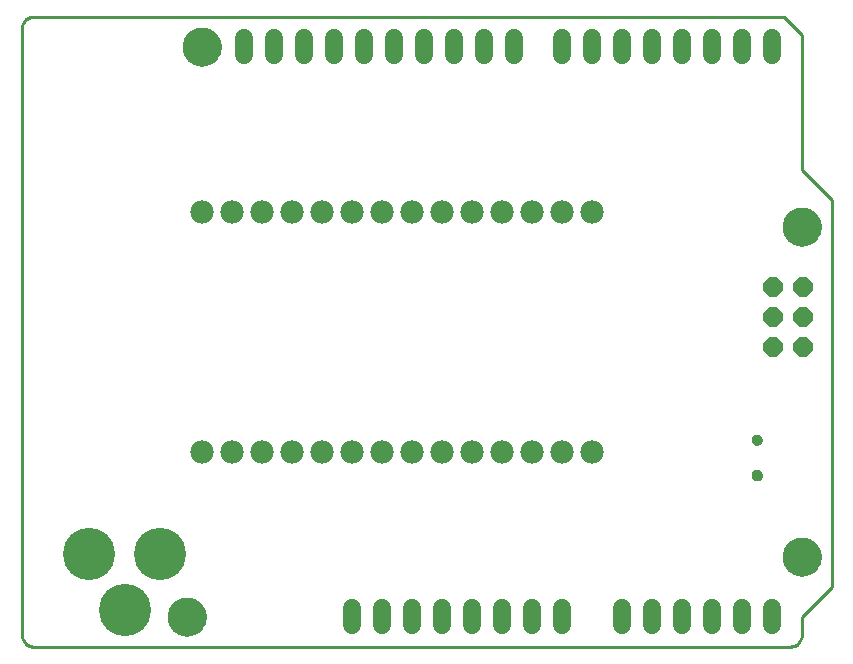
<source format=gbs>
G75*
%MOIN*%
%OFA0B0*%
%FSLAX24Y24*%
%IPPOS*%
%LPD*%
%AMOC8*
5,1,8,0,0,1.08239X$1,22.5*
%
%ADD10C,0.0100*%
%ADD11C,0.0000*%
%ADD12C,0.1300*%
%ADD13OC8,0.0650*%
%ADD14C,0.0600*%
%ADD15C,0.1740*%
%ADD16C,0.0780*%
%ADD17C,0.0375*%
D10*
X001674Y001333D02*
X026886Y001333D01*
X026925Y001335D01*
X026963Y001341D01*
X027000Y001350D01*
X027037Y001363D01*
X027072Y001380D01*
X027105Y001399D01*
X027136Y001422D01*
X027165Y001448D01*
X027191Y001477D01*
X027214Y001508D01*
X027233Y001541D01*
X027250Y001576D01*
X027263Y001613D01*
X027272Y001650D01*
X027278Y001688D01*
X027280Y001727D01*
X027280Y002333D01*
X028280Y003333D01*
X028280Y016233D01*
X027280Y017233D01*
X027280Y021733D01*
X026680Y022333D01*
X001674Y022333D01*
X001674Y022334D02*
X001635Y022332D01*
X001597Y022326D01*
X001560Y022317D01*
X001523Y022304D01*
X001488Y022287D01*
X001455Y022268D01*
X001424Y022245D01*
X001395Y022219D01*
X001369Y022190D01*
X001346Y022159D01*
X001327Y022126D01*
X001310Y022091D01*
X001297Y022054D01*
X001288Y022017D01*
X001282Y021979D01*
X001280Y021940D01*
X001280Y001727D01*
X001282Y001688D01*
X001288Y001650D01*
X001297Y001613D01*
X001310Y001576D01*
X001327Y001541D01*
X001346Y001508D01*
X001369Y001477D01*
X001395Y001448D01*
X001424Y001422D01*
X001455Y001399D01*
X001488Y001380D01*
X001523Y001363D01*
X001560Y001350D01*
X001597Y001341D01*
X001635Y001335D01*
X001674Y001333D01*
D11*
X006150Y002333D02*
X006152Y002383D01*
X006158Y002433D01*
X006168Y002482D01*
X006182Y002530D01*
X006199Y002577D01*
X006220Y002622D01*
X006245Y002666D01*
X006273Y002707D01*
X006305Y002746D01*
X006339Y002783D01*
X006376Y002817D01*
X006416Y002847D01*
X006458Y002874D01*
X006502Y002898D01*
X006548Y002919D01*
X006595Y002935D01*
X006643Y002948D01*
X006693Y002957D01*
X006742Y002962D01*
X006793Y002963D01*
X006843Y002960D01*
X006892Y002953D01*
X006941Y002942D01*
X006989Y002927D01*
X007035Y002909D01*
X007080Y002887D01*
X007123Y002861D01*
X007164Y002832D01*
X007203Y002800D01*
X007239Y002765D01*
X007271Y002727D01*
X007301Y002687D01*
X007328Y002644D01*
X007351Y002600D01*
X007370Y002554D01*
X007386Y002506D01*
X007398Y002457D01*
X007406Y002408D01*
X007410Y002358D01*
X007410Y002308D01*
X007406Y002258D01*
X007398Y002209D01*
X007386Y002160D01*
X007370Y002112D01*
X007351Y002066D01*
X007328Y002022D01*
X007301Y001979D01*
X007271Y001939D01*
X007239Y001901D01*
X007203Y001866D01*
X007164Y001834D01*
X007123Y001805D01*
X007080Y001779D01*
X007035Y001757D01*
X006989Y001739D01*
X006941Y001724D01*
X006892Y001713D01*
X006843Y001706D01*
X006793Y001703D01*
X006742Y001704D01*
X006693Y001709D01*
X006643Y001718D01*
X006595Y001731D01*
X006548Y001747D01*
X006502Y001768D01*
X006458Y001792D01*
X006416Y001819D01*
X006376Y001849D01*
X006339Y001883D01*
X006305Y001920D01*
X006273Y001959D01*
X006245Y002000D01*
X006220Y002044D01*
X006199Y002089D01*
X006182Y002136D01*
X006168Y002184D01*
X006158Y002233D01*
X006152Y002283D01*
X006150Y002333D01*
X025613Y007043D02*
X025615Y007068D01*
X025621Y007093D01*
X025630Y007117D01*
X025643Y007139D01*
X025660Y007159D01*
X025679Y007176D01*
X025700Y007190D01*
X025724Y007200D01*
X025748Y007207D01*
X025774Y007210D01*
X025799Y007209D01*
X025824Y007204D01*
X025848Y007195D01*
X025871Y007183D01*
X025891Y007168D01*
X025909Y007149D01*
X025924Y007128D01*
X025935Y007105D01*
X025943Y007081D01*
X025947Y007056D01*
X025947Y007030D01*
X025943Y007005D01*
X025935Y006981D01*
X025924Y006958D01*
X025909Y006937D01*
X025891Y006918D01*
X025871Y006903D01*
X025848Y006891D01*
X025824Y006882D01*
X025799Y006877D01*
X025774Y006876D01*
X025748Y006879D01*
X025724Y006886D01*
X025700Y006896D01*
X025679Y006910D01*
X025660Y006927D01*
X025643Y006947D01*
X025630Y006969D01*
X025621Y006993D01*
X025615Y007018D01*
X025613Y007043D01*
X025613Y008224D02*
X025615Y008249D01*
X025621Y008274D01*
X025630Y008298D01*
X025643Y008320D01*
X025660Y008340D01*
X025679Y008357D01*
X025700Y008371D01*
X025724Y008381D01*
X025748Y008388D01*
X025774Y008391D01*
X025799Y008390D01*
X025824Y008385D01*
X025848Y008376D01*
X025871Y008364D01*
X025891Y008349D01*
X025909Y008330D01*
X025924Y008309D01*
X025935Y008286D01*
X025943Y008262D01*
X025947Y008237D01*
X025947Y008211D01*
X025943Y008186D01*
X025935Y008162D01*
X025924Y008139D01*
X025909Y008118D01*
X025891Y008099D01*
X025871Y008084D01*
X025848Y008072D01*
X025824Y008063D01*
X025799Y008058D01*
X025774Y008057D01*
X025748Y008060D01*
X025724Y008067D01*
X025700Y008077D01*
X025679Y008091D01*
X025660Y008108D01*
X025643Y008128D01*
X025630Y008150D01*
X025621Y008174D01*
X025615Y008199D01*
X025613Y008224D01*
X026650Y004333D02*
X026652Y004383D01*
X026658Y004433D01*
X026668Y004482D01*
X026682Y004530D01*
X026699Y004577D01*
X026720Y004622D01*
X026745Y004666D01*
X026773Y004707D01*
X026805Y004746D01*
X026839Y004783D01*
X026876Y004817D01*
X026916Y004847D01*
X026958Y004874D01*
X027002Y004898D01*
X027048Y004919D01*
X027095Y004935D01*
X027143Y004948D01*
X027193Y004957D01*
X027242Y004962D01*
X027293Y004963D01*
X027343Y004960D01*
X027392Y004953D01*
X027441Y004942D01*
X027489Y004927D01*
X027535Y004909D01*
X027580Y004887D01*
X027623Y004861D01*
X027664Y004832D01*
X027703Y004800D01*
X027739Y004765D01*
X027771Y004727D01*
X027801Y004687D01*
X027828Y004644D01*
X027851Y004600D01*
X027870Y004554D01*
X027886Y004506D01*
X027898Y004457D01*
X027906Y004408D01*
X027910Y004358D01*
X027910Y004308D01*
X027906Y004258D01*
X027898Y004209D01*
X027886Y004160D01*
X027870Y004112D01*
X027851Y004066D01*
X027828Y004022D01*
X027801Y003979D01*
X027771Y003939D01*
X027739Y003901D01*
X027703Y003866D01*
X027664Y003834D01*
X027623Y003805D01*
X027580Y003779D01*
X027535Y003757D01*
X027489Y003739D01*
X027441Y003724D01*
X027392Y003713D01*
X027343Y003706D01*
X027293Y003703D01*
X027242Y003704D01*
X027193Y003709D01*
X027143Y003718D01*
X027095Y003731D01*
X027048Y003747D01*
X027002Y003768D01*
X026958Y003792D01*
X026916Y003819D01*
X026876Y003849D01*
X026839Y003883D01*
X026805Y003920D01*
X026773Y003959D01*
X026745Y004000D01*
X026720Y004044D01*
X026699Y004089D01*
X026682Y004136D01*
X026668Y004184D01*
X026658Y004233D01*
X026652Y004283D01*
X026650Y004333D01*
X026650Y015333D02*
X026652Y015383D01*
X026658Y015433D01*
X026668Y015482D01*
X026682Y015530D01*
X026699Y015577D01*
X026720Y015622D01*
X026745Y015666D01*
X026773Y015707D01*
X026805Y015746D01*
X026839Y015783D01*
X026876Y015817D01*
X026916Y015847D01*
X026958Y015874D01*
X027002Y015898D01*
X027048Y015919D01*
X027095Y015935D01*
X027143Y015948D01*
X027193Y015957D01*
X027242Y015962D01*
X027293Y015963D01*
X027343Y015960D01*
X027392Y015953D01*
X027441Y015942D01*
X027489Y015927D01*
X027535Y015909D01*
X027580Y015887D01*
X027623Y015861D01*
X027664Y015832D01*
X027703Y015800D01*
X027739Y015765D01*
X027771Y015727D01*
X027801Y015687D01*
X027828Y015644D01*
X027851Y015600D01*
X027870Y015554D01*
X027886Y015506D01*
X027898Y015457D01*
X027906Y015408D01*
X027910Y015358D01*
X027910Y015308D01*
X027906Y015258D01*
X027898Y015209D01*
X027886Y015160D01*
X027870Y015112D01*
X027851Y015066D01*
X027828Y015022D01*
X027801Y014979D01*
X027771Y014939D01*
X027739Y014901D01*
X027703Y014866D01*
X027664Y014834D01*
X027623Y014805D01*
X027580Y014779D01*
X027535Y014757D01*
X027489Y014739D01*
X027441Y014724D01*
X027392Y014713D01*
X027343Y014706D01*
X027293Y014703D01*
X027242Y014704D01*
X027193Y014709D01*
X027143Y014718D01*
X027095Y014731D01*
X027048Y014747D01*
X027002Y014768D01*
X026958Y014792D01*
X026916Y014819D01*
X026876Y014849D01*
X026839Y014883D01*
X026805Y014920D01*
X026773Y014959D01*
X026745Y015000D01*
X026720Y015044D01*
X026699Y015089D01*
X026682Y015136D01*
X026668Y015184D01*
X026658Y015233D01*
X026652Y015283D01*
X026650Y015333D01*
X006650Y021333D02*
X006652Y021383D01*
X006658Y021433D01*
X006668Y021482D01*
X006682Y021530D01*
X006699Y021577D01*
X006720Y021622D01*
X006745Y021666D01*
X006773Y021707D01*
X006805Y021746D01*
X006839Y021783D01*
X006876Y021817D01*
X006916Y021847D01*
X006958Y021874D01*
X007002Y021898D01*
X007048Y021919D01*
X007095Y021935D01*
X007143Y021948D01*
X007193Y021957D01*
X007242Y021962D01*
X007293Y021963D01*
X007343Y021960D01*
X007392Y021953D01*
X007441Y021942D01*
X007489Y021927D01*
X007535Y021909D01*
X007580Y021887D01*
X007623Y021861D01*
X007664Y021832D01*
X007703Y021800D01*
X007739Y021765D01*
X007771Y021727D01*
X007801Y021687D01*
X007828Y021644D01*
X007851Y021600D01*
X007870Y021554D01*
X007886Y021506D01*
X007898Y021457D01*
X007906Y021408D01*
X007910Y021358D01*
X007910Y021308D01*
X007906Y021258D01*
X007898Y021209D01*
X007886Y021160D01*
X007870Y021112D01*
X007851Y021066D01*
X007828Y021022D01*
X007801Y020979D01*
X007771Y020939D01*
X007739Y020901D01*
X007703Y020866D01*
X007664Y020834D01*
X007623Y020805D01*
X007580Y020779D01*
X007535Y020757D01*
X007489Y020739D01*
X007441Y020724D01*
X007392Y020713D01*
X007343Y020706D01*
X007293Y020703D01*
X007242Y020704D01*
X007193Y020709D01*
X007143Y020718D01*
X007095Y020731D01*
X007048Y020747D01*
X007002Y020768D01*
X006958Y020792D01*
X006916Y020819D01*
X006876Y020849D01*
X006839Y020883D01*
X006805Y020920D01*
X006773Y020959D01*
X006745Y021000D01*
X006720Y021044D01*
X006699Y021089D01*
X006682Y021136D01*
X006668Y021184D01*
X006658Y021233D01*
X006652Y021283D01*
X006650Y021333D01*
D12*
X007280Y021333D03*
X027280Y015333D03*
X027280Y004333D03*
X006780Y002333D03*
D13*
X026330Y011333D03*
X027330Y011333D03*
X027330Y012333D03*
X026330Y012333D03*
X026330Y013333D03*
X027330Y013333D03*
D14*
X026280Y021053D02*
X026280Y021613D01*
X025280Y021613D02*
X025280Y021053D01*
X024280Y021053D02*
X024280Y021613D01*
X023280Y021613D02*
X023280Y021053D01*
X022280Y021053D02*
X022280Y021613D01*
X021280Y021613D02*
X021280Y021053D01*
X020280Y021053D02*
X020280Y021613D01*
X019280Y021613D02*
X019280Y021053D01*
X017680Y021053D02*
X017680Y021613D01*
X016680Y021613D02*
X016680Y021053D01*
X015680Y021053D02*
X015680Y021613D01*
X014680Y021613D02*
X014680Y021053D01*
X013680Y021053D02*
X013680Y021613D01*
X012680Y021613D02*
X012680Y021053D01*
X011680Y021053D02*
X011680Y021613D01*
X010680Y021613D02*
X010680Y021053D01*
X009680Y021053D02*
X009680Y021613D01*
X008680Y021613D02*
X008680Y021053D01*
X012280Y002613D02*
X012280Y002053D01*
X013280Y002053D02*
X013280Y002613D01*
X014280Y002613D02*
X014280Y002053D01*
X015280Y002053D02*
X015280Y002613D01*
X016280Y002613D02*
X016280Y002053D01*
X017280Y002053D02*
X017280Y002613D01*
X018280Y002613D02*
X018280Y002053D01*
X019280Y002053D02*
X019280Y002613D01*
X021280Y002613D02*
X021280Y002053D01*
X022280Y002053D02*
X022280Y002613D01*
X023280Y002613D02*
X023280Y002053D01*
X024280Y002053D02*
X024280Y002613D01*
X025280Y002613D02*
X025280Y002053D01*
X026280Y002053D02*
X026280Y002613D01*
D15*
X005894Y004413D03*
X004713Y002563D03*
X003531Y004413D03*
D16*
X007280Y007833D03*
X008280Y007833D03*
X009280Y007833D03*
X010280Y007833D03*
X011280Y007833D03*
X012280Y007833D03*
X013280Y007833D03*
X014280Y007833D03*
X015280Y007833D03*
X016280Y007833D03*
X017280Y007833D03*
X018280Y007833D03*
X019280Y007833D03*
X020280Y007833D03*
X020280Y015833D03*
X019280Y015833D03*
X018280Y015833D03*
X017280Y015833D03*
X016280Y015833D03*
X015280Y015833D03*
X014280Y015833D03*
X013280Y015833D03*
X012280Y015833D03*
X011280Y015833D03*
X010280Y015833D03*
X009280Y015833D03*
X008280Y015833D03*
X007280Y015833D03*
D17*
X025780Y008224D03*
X025780Y007043D03*
M02*

</source>
